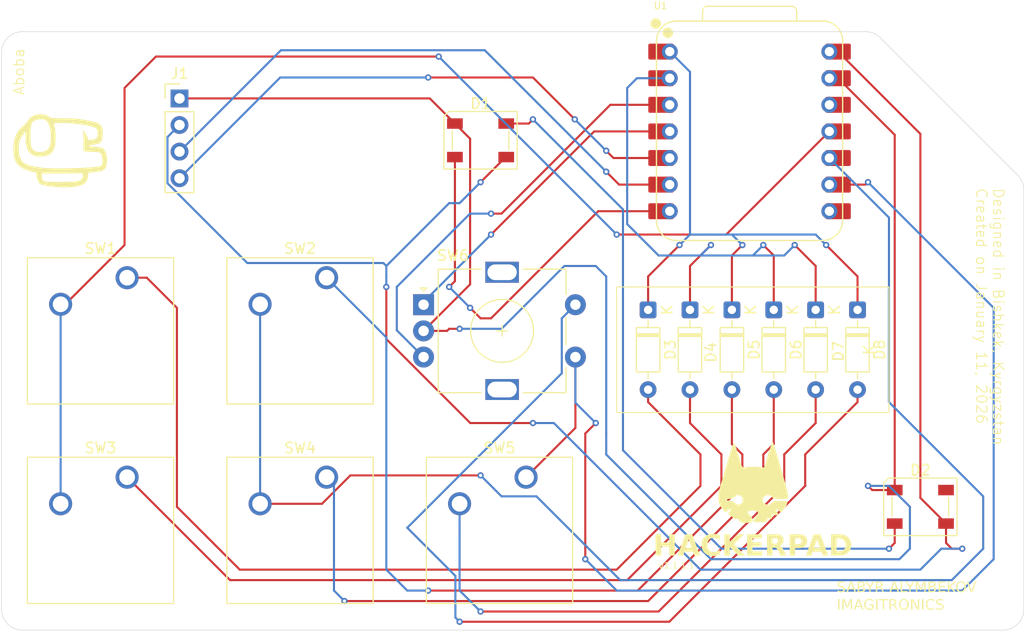
<source format=kicad_pcb>
(kicad_pcb (version 20241229) (generator "pcbnew") (generator_version "9.0")
  (layers (0 "F.Cu" signal) (2 "B.Cu" signal) (13 "F.Paste" user) (15 "B.Paste" user) (5 "F.SilkS" user "F.Silkscreen") (7 "B.SilkS" user "B.Silkscreen") (1 "F.Mask" user) (3 "B.Mask" user) (25 "Edge.Cuts" user))
  (net 0 "")
  (net 1 "+5V")
  (net 2 "SK6812")
  (net 3 "GND")
  (net 4 "Net-(D1-DOUT)")
  (net 6 "row 0")
  (net 7 "Net-(D3-A)")
  (net 8 "Net-(D4-A)")
  (net 9 "row 1")
  (net 10 "Net-(D5-A)")
  (net 11 "Net-(D6-A)")
  (net 12 "SW2")
  (net 13 "SDA")
  (net 14 "SCL")
  (net 15 "col 0")
  (net 16 "col 1")
  (net 17 "SW1")
  (net 18 "SW6B")
  (net 19 "SW6A")
  (net 21 "Net-(D7-A)")
  (footprint "Diode_THT:D_DO-35_SOD27_P7.62mm_Horizontal" (layer "F.Cu") (at 173 74.19 -90)
    (property "Reference" "D7" (at 3.96 -2.16875 90) (layer "F.SilkS"))
    (property "Value" "1N4148")
    (fp_text user "K" (at 0 -1.8 90) (layer "F.SilkS"))
    (pad "1" thru_hole roundrect (at 0 0 270) (size 1.6 1.6) (drill 0.8) (layers "*.Cu" "*.Mask") (roundrect_rratio 0.15625) (net 9 "row 1"))
    (pad "2" thru_hole circle (at 7.62 0 270) (size 1.6 1.6) (drill 0.8) (layers "*.Cu" "*.Mask") (net 21 "Net-(D7-A)"))
  )
  (footprint "Button_Switch_Keyboard:SW_Cherry_MX_1.00u_PCB" (layer "F.Cu") (at 126.29625 90.17)
    (property "Reference" "SW4" (at -2.54 -2.794 0) (layer "F.SilkS"))
    (property "Value" "SW_Push")
    (pad "" np_thru_hole circle (at -7.62 5.08) (size 1.7 1.7) (drill 1.7) (layers "*.Cu" "*.Mask"))
    (pad "" np_thru_hole circle (at -2.54 5.08) (size 4 4) (drill 4) (layers "*.Cu" "*.Mask"))
    (pad "" np_thru_hole circle (at 2.54 5.08) (size 1.7 1.7) (drill 1.7) (layers "*.Cu" "*.Mask"))
    (pad "1" thru_hole circle (at 0 0) (size 2.2 2.2) (drill 1.5) (layers "*.Cu" "*.Mask") (net 11 "Net-(D6-A)"))
    (pad "2" thru_hole circle (at -6.35 2.54) (size 2.2 2.2) (drill 1.5) (layers "*.Cu" "*.Mask") (net 16 "col 1"))
  )
  (footprint "Button_Switch_Keyboard:SW_Cherry_MX_1.00u_PCB" (layer "F.Cu") (at 107.24625 71.12)
    (property "Reference" "SW1" (at -2.54 -2.794 0) (layer "F.SilkS"))
    (property "Value" "SW_Push")
    (pad "" np_thru_hole circle (at -7.62 5.08) (size 1.7 1.7) (drill 1.7) (layers "*.Cu" "*.Mask"))
    (pad "" np_thru_hole circle (at -2.54 5.08) (size 4 4) (drill 4) (layers "*.Cu" "*.Mask"))
    (pad "" np_thru_hole circle (at 2.54 5.08) (size 1.7 1.7) (drill 1.7) (layers "*.Cu" "*.Mask"))
    (pad "1" thru_hole circle (at 0 0) (size 2.2 2.2) (drill 1.5) (layers "*.Cu" "*.Mask") (net 7 "Net-(D3-A)"))
    (pad "2" thru_hole circle (at -6.35 2.54) (size 2.2 2.2) (drill 1.5) (layers "*.Cu" "*.Mask") (net 15 "col 0"))
  )
  (footprint "Diode_THT:D_DO-35_SOD27_P7.62mm_Horizontal" (layer "F.Cu") (at 165 74.19 -90)
    (property "Reference" "D5" (at 3.81 -2.12 90) (layer "F.SilkS"))
    (property "Value" "1N4148")
    (fp_text user "K" (at 0 -1.8 90) (layer "F.SilkS"))
    (pad "1" thru_hole roundrect (at 0 0 270) (size 1.6 1.6) (drill 0.8) (layers "*.Cu" "*.Mask") (roundrect_rratio 0.15625) (net 6 "row 0"))
    (pad "2" thru_hole circle (at 7.62 0 270) (size 1.6 1.6) (drill 0.8) (layers "*.Cu" "*.Mask") (net 10 "Net-(D5-A)"))
  )
  (footprint "LOGO" (layer "F.Cu") (at 167 96.939072)
    (property "Reference" " " (at 0 0 0) (layer "F.SilkS") (effects (font (size 1.5 1.5) (thickness 0.3))))
    (property "Value" "LOGO" (hide yes))
  )
  (footprint "Diode_THT:D_DO-35_SOD27_P7.62mm_Horizontal" (layer "F.Cu") (at 161 74.19 -90)
    (property "Reference" "D4" (at 4.06 -2 90) (layer "F.SilkS"))
    (property "Value" "1N4148")
    (fp_text user "K" (at 0 -1.8 90) (layer "F.SilkS"))
    (pad "1" thru_hole roundrect (at 0 0 270) (size 1.6 1.6) (drill 0.8) (layers "*.Cu" "*.Mask") (roundrect_rratio 0.15625) (net 9 "row 1"))
    (pad "2" thru_hole circle (at 7.62 0 270) (size 1.6 1.6) (drill 0.8) (layers "*.Cu" "*.Mask") (net 8 "Net-(D4-A)"))
  )
  (footprint "Diode_THT:D_DO-35_SOD27_P7.62mm_Horizontal" (layer "F.Cu") (at 177 74.19 -90)
    (property "Reference" "D8" (at 3.81 -2.12 90) (layer "F.SilkS"))
    (property "Value" "1N4148")
    (fp_text user "K" (at 3.81 -1.12 90) (layer "F.SilkS"))
    (pad "1" thru_hole roundrect (at 0 0 270) (size 1.6 1.6) (drill 0.8) (layers "*.Cu" "*.Mask") (roundrect_rratio 0.15625) (net 6 "row 0"))
    (pad "2" thru_hole circle (at 7.62 0 270) (size 1.6 1.6) (drill 0.8) (layers "*.Cu" "*.Mask") (net 12 "SW2"))
  )
  (footprint "OPL lib:XIAO-RP2040-DIP" (layer "F.Cu") (at 166.6875 57.15)
    (property "Reference" "U1" (at -8.5 -12 0) (layer "F.SilkS") (effects (font (size 0.635 0.635) (thickness 0.1016))))
    (property "Value" "XIAO-RP2040-DIP")
    (pad "1" smd roundrect (at -8.455 -7.62 180) (size 2.432 1.524) (layers "F.Cu" "F.Mask") (roundrect_rratio 0.1) (net 6 "row 0"))
    (pad "1" thru_hole circle (at -7.62 -7.62 180) (size 1.524 1.524) (drill 0.889) (layers "*.Cu" "*.Mask") (net 6 "row 0"))
    (pad "2" smd roundrect (at -8.455 -5.08 180) (size 2.432 1.524) (layers "F.Cu" "F.Mask") (roundrect_rratio 0.1) (net 9 "row 1"))
    (pad "2" thru_hole circle (at -7.62 -5.08 180) (size 1.524 1.524) (drill 0.889) (layers "*.Cu" "*.Mask") (net 9 "row 1"))
    (pad "3" smd roundrect (at -8.455 -2.54 180) (size 2.432 1.524) (layers "F.Cu" "F.Mask") (roundrect_rratio 0.1) (net 18 "SW6B"))
    (pad "3" thru_hole circle (at -7.62 -2.54 180) (size 1.524 1.524) (drill 0.889) (layers "*.Cu" "*.Mask") (net 18 "SW6B"))
    (pad "4" smd roundrect (at -8.455 0 180) (size 2.432 1.524) (layers "F.Cu" "F.Mask") (roundrect_rratio 0.1) (net 19 "SW6A"))
    (pad "4" thru_hole circle (at -7.62 0 180) (size 1.524 1.524) (drill 0.889) (layers "*.Cu" "*.Mask") (net 19 "SW6A"))
    (pad "5" smd roundrect (at -8.455 2.54 180) (size 2.432 1.524) (layers "F.Cu" "F.Mask") (roundrect_rratio 0.1) (net 13 "SDA"))
    (pad "5" thru_hole circle (at -7.62 2.54 180) (size 1.524 1.524) (drill 0.889) (layers "*.Cu" "*.Mask") (net 13 "SDA"))
    (pad "6" smd roundrect (at -8.455 5.08 180) (size 2.432 1.524) (layers "F.Cu" "F.Mask") (roundrect_rratio 0.1) (net 14 "SCL"))
    (pad "6" thru_hole circle (at -7.62 5.08 180) (size 1.524 1.524) (drill 0.889) (layers "*.Cu" "*.Mask") (net 14 "SCL"))
    (pad "7" smd roundrect (at -8.455 7.62 180) (size 2.432 1.524) (layers "F.Cu" "F.Mask") (roundrect_rratio 0.1) (net 2 "SK6812"))
    (pad "7" thru_hole circle (at -7.62 7.62 180) (size 1.524 1.524) (drill 0.889) (layers "*.Cu" "*.Mask") (net 2 "SK6812"))
    (pad "8" thru_hole circle (at 7.62 7.62) (size 1.524 1.524) (drill 0.889) (layers "*.Cu" "*.Mask"))
    (pad "8" smd roundrect (at 8.455 7.62) (size 2.432 1.524) (layers "F.Cu" "F.Mask") (roundrect_rratio 0.1))
    (pad "9" thru_hole circle (at 7.62 5.08) (size 1.524 1.524) (drill 0.889) (layers "*.Cu" "*.Mask") (net 17 "SW1"))
    (pad "9" smd roundrect (at 8.455 5.08) (size 2.432 1.524) (layers "F.Cu" "F.Mask") (roundrect_rratio 0.1) (net 17 "SW1"))
    (pad "10" thru_hole circle (at 7.62 2.54) (size 1.524 1.524) (drill 0.889) (layers "*.Cu" "*.Mask") (net 16 "col 1"))
    (pad "10" smd roundrect (at 8.455 2.54) (size 2.432 1.524) (layers "F.Cu" "F.Mask") (roundrect_rratio 0.1) (net 16 "col 1"))
    (pad "11" thru_hole circle (at 7.62 0) (size 1.524 1.524) (drill 0.889) (layers "*.Cu" "*.Mask") (net 15 "col 0"))
    (pad "11" smd roundrect (at 8.455 0) (size 2.432 1.524) (layers "F.Cu" "F.Mask") (roundrect_rratio 0.1) (net 15 "col 0"))
    (pad "12" thru_hole circle (at 7.62 -2.54) (size 1.524 1.524) (drill 0.889) (layers "*.Cu" "*.Mask"))
    (pad "12" smd roundrect (at 8.455 -2.54) (size 2.432 1.524) (layers "F.Cu" "F.Mask") (roundrect_rratio 0.1))
    (pad "13" thru_hole circle (at 7.62 -5.08) (size 1.524 1.524) (drill 0.889) (layers "*.Cu" "*.Mask") (net 3 "GND"))
    (pad "13" smd roundrect (at 8.455 -5.08) (size 2.432 1.524) (layers "F.Cu" "F.Mask") (roundrect_rratio 0.1) (net 3 "GND"))
    (pad "14" thru_hole circle (at 7.62 -7.62) (size 1.524 1.524) (drill 0.889) (layers "*.Cu" "*.Mask") (net 1 "+5V"))
    (pad "14" smd roundrect (at 8.455 -7.62) (size 2.432 1.524) (layers "F.Cu" "F.Mask") (roundrect_rratio 0.1) (net 1 "+5V"))
  )
  (footprint "Diode_THT:D_DO-35_SOD27_P7.62mm_Horizontal" (layer "F.Cu") (at 169 74.19 -90)
    (property "Reference" "D6" (at 3.81 -2.12 90) (layer "F.SilkS"))
    (property "Value" "1N4148")
    (fp_text user "K" (at 0 -1.8 90) (layer "F.SilkS"))
    (pad "1" thru_hole roundrect (at 0 0 270) (size 1.6 1.6) (drill 0.8) (layers "*.Cu" "*.Mask") (roundrect_rratio 0.15625) (net 9 "row 1"))
    (pad "2" thru_hole circle (at 7.62 0 270) (size 1.6 1.6) (drill 0.8) (layers "*.Cu" "*.Mask") (net 11 "Net-(D6-A)"))
  )
  (footprint "Button_Switch_Keyboard:SW_Cherry_MX_1.00u_PCB" (layer "F.Cu") (at 145.34625 90.17)
    (property "Reference" "SW5" (at -2.54 -2.794 0) (layer "F.SilkS"))
    (property "Value" "SW_Push")
    (pad "" np_thru_hole circle (at -7.62 5.08) (size 1.7 1.7) (drill 1.7) (layers "*.Cu" "*.Mask"))
    (pad "" np_thru_hole circle (at -2.54 5.08) (size 4 4) (drill 4) (layers "*.Cu" "*.Mask"))
    (pad "" np_thru_hole circle (at 2.54 5.08) (size 1.7 1.7) (drill 1.7) (layers "*.Cu" "*.Mask"))
    (pad "1" thru_hole circle (at 0 0) (size 2.2 2.2) (drill 1.5) (layers "*.Cu" "*.Mask") (net 17 "SW1"))
    (pad "2" thru_hole circle (at -6.35 2.54) (size 2.2 2.2) (drill 1.5) (layers "*.Cu" "*.Mask") (net 21 "Net-(D7-A)"))
  )
  (footprint "Diode_THT:D_DO-35_SOD27_P7.62mm_Horizontal" (layer "F.Cu") (at 157 74.19 -90)
    (property "Reference" "D3" (at 3.81 -2.12 90) (layer "F.SilkS"))
    (property "Value" "1N4148" (hide yes))
    (fp_text user "K" (at 0 -1.8 90) (layer "F.SilkS"))
    (pad "1" thru_hole roundrect (at 0 0 270) (size 1.6 1.6) (drill 0.8) (layers "*.Cu" "*.Mask") (roundrect_rratio 0.15625) (net 6 "row 0"))
    (pad "2" thru_hole circle (at 7.62 0 270) (size 1.6 1.6) (drill 0.8) (layers "*.Cu" "*.Mask") (net 7 "Net-(D3-A)"))
  )
  (footprint "LED_SMD:LED_SK6812_PLCC4_5.0x5.0mm_P3.2mm" (layer "F.Cu") (at 183 93)
    (property "Reference" "D2" (at 0 -3.5 0) (layer "F.SilkS"))
    (property "Value" "SK6812")
    (pad "1" smd rect (at -2.45 -1.6 180) (size 1.5 1) (layers "F.Cu" "F.Mask" "F.Paste") (net 3 "GND"))
    (pad "2" smd rect (at -2.45 1.6 180) (size 1.5 1) (layers "F.Cu" "F.Mask" "F.Paste") (net 4 "Net-(D1-DOUT)"))
    (pad "3" smd rect (at 2.45 1.6 180) (size 1.5 1) (layers "F.Cu" "F.Mask" "F.Paste") (net 1 "+5V"))
    (pad "4" smd rect (at 2.45 -1.6 180) (size 1.5 1) (layers "F.Cu" "F.Mask" "F.Paste"))
  )
  (footprint "Rotary_Encoder:RotaryEncoder_Alps_EC11E-Switch_Vertical_H20mm" (layer "F.Cu") (at 135.55625 73.7)
    (property "Reference" "SW6" (at 2.8 -4.7 0) (layer "F.SilkS"))
    (property "Value" "RotaryEncoder_Switch")
    (pad "A" thru_hole rect (at 0 0) (size 2 2) (drill 1) (layers "*.Cu" "*.Mask") (net 19 "SW6A"))
    (pad "B" thru_hole circle (at 0 5) (size 2 2) (drill 1) (layers "*.Cu" "*.Mask") (net 18 "SW6B"))
    (pad "C" thru_hole circle (at 0 2.5) (size 2 2) (drill 1) (layers "*.Cu" "*.Mask") (net 3 "GND"))
    (pad "MP" thru_hole rect (at 7.5 -3.1) (size 3.2 2) (drill oval 2.8 1.5) (layers "*.Cu" "*.Mask"))
    (pad "MP" thru_hole rect (at 7.5 8.1) (size 3.2 2) (drill oval 2.8 1.5) (layers "*.Cu" "*.Mask"))
    (pad "S1" thru_hole circle (at 14.5 5) (size 2 2) (drill 1) (layers "*.Cu" "*.Mask") (net 17 "SW1"))
    (pad "S2" thru_hole circle (at 14.5 0) (size 2 2) (drill 1) (layers "*.Cu" "*.Mask") (net 12 "SW2"))
  )
  (footprint "Button_Switch_Keyboard:SW_Cherry_MX_1.00u_PCB" (layer "F.Cu") (at 107.24625 90.17)
    (property "Reference" "SW3" (at -2.54 -2.794 0) (layer "F.SilkS"))
    (property "Value" "SW_Push")
    (pad "" np_thru_hole circle (at -7.62 5.08) (size 1.7 1.7) (drill 1.7) (layers "*.Cu" "*.Mask"))
    (pad "" np_thru_hole circle (at -2.54 5.08) (size 4 4) (drill 4) (layers "*.Cu" "*.Mask"))
    (pad "" np_thru_hole circle (at 2.54 5.08) (size 1.7 1.7) (drill 1.7) (layers "*.Cu" "*.Mask"))
    (pad "1" thru_hole circle (at 0 0) (size 2.2 2.2) (drill 1.5) (layers "*.Cu" "*.Mask") (net 8 "Net-(D4-A)"))
    (pad "2" thru_hole circle (at -6.35 2.54) (size 2.2 2.2) (drill 1.5) (layers "*.Cu" "*.Mask") (net 15 "col 0"))
  )
  (footprint "LOGO" (layer "F.Cu") (at 101 59 90)
    (property "Reference" " " (at 0 0 90) (layer "F.SilkS") (effects (font (size 1.5 1.5) (thickness 0.3))))
    (property "Value" "LOGO" (hide yes))
  )
  (footprint "Connector_PinHeader_2.54mm:PinHeader_1x04_P2.54mm_Vertical" (layer "F.Cu") (at 112.25 54)
    (property "Reference" "J1" (at 0 -2.38 0) (layer "F.SilkS"))
    (property "Value" "Conn_01x04" (hide yes))
    (pad "1" thru_hole rect (at 0 0) (size 1.7 1.7) (drill 1) (layers "*.Cu" "*.Mask") (net 3 "GND"))
    (pad "2" thru_hole circle (at 0 2.54) (size 1.7 1.7) (drill 1) (layers "*.Cu" "*.Mask") (net 1 "+5V"))
    (pad "3" thru_hole circle (at 0 5.08) (size 1.7 1.7) (drill 1) (layers "*.Cu" "*.Mask") (net 14 "SCL"))
    (pad "4" thru_hole circle (at 0 7.62) (size 1.7 1.7) (drill 1) (layers "*.Cu" "*.Mask") (net 13 "SDA"))
  )
  (footprint "Button_Switch_Keyboard:SW_Cherry_MX_1.00u_PCB" (layer "F.Cu") (at 126.29625 71.12)
    (property "Reference" "SW2" (at -2.54 -2.794 0) (layer "F.SilkS"))
    (property "Value" "SW_Push")
    (pad "" np_thru_hole circle (at -7.62 5.08) (size 1.7 1.7) (drill 1.7) (layers "*.Cu" "*.Mask"))
    (pad "" np_thru_hole circle (at -2.54 5.08) (size 4 4) (drill 4) (layers "*.Cu" "*.Mask"))
    (pad "" np_thru_hole circle (at 2.54 5.08) (size 1.7 1.7) (drill 1.7) (layers "*.Cu" "*.Mask"))
    (pad "1" thru_hole circle (at 0 0) (size 2.2 2.2) (drill 1.5) (layers "*.Cu" "*.Mask") (net 10 "Net-(D5-A)"))
    (pad "2" thru_hole circle (at -6.35 2.54) (size 2.2 2.2) (drill 1.5) (layers "*.Cu" "*.Mask") (net 16 "col 1"))
  )
  (footprint "LED_SMD:LED_SK6812_PLCC4_5.0x5.0mm_P3.2mm" (layer "F.Cu") (at 141 58)
    (property "Reference" "D1" (at 0 -3.5 0) (layer "F.SilkS"))
    (property "Value" "SK6812" (hide yes))
    (pad "1" smd rect (at -2.45 -1.6 180) (size 1.5 1) (layers "F.Cu" "F.Mask" "F.Paste") (net 3 "GND"))
    (pad "2" smd rect (at -2.45 1.6 180) (size 1.5 1) (layers "F.Cu" "F.Mask" "F.Paste") (net 2 "SK6812"))
    (pad "3" smd rect (at 2.45 1.6 180) (size 1.5 1) (layers "F.Cu" "F.Mask" "F.Paste") (net 1 "+5V"))
    (pad "4" smd rect (at 2.45 -1.6 180) (size 1.5 1) (layers "F.Cu" "F.Mask" "F.Paste") (net 4 "Net-(D1-DOUT)"))
  )
  (gr_rect (start 154 72) (end 180 84) (stroke (width 0.1)) (fill no) (layer "F.SilkS"))
  (gr_line (start 97.25 47.625) (end 177.765323 47.625) (stroke (width 0.05)) (layer "Edge.Cuts"))
  (gr_arc (start 177.765323 47.625) (mid 178.530685 47.777249) (end 179.179537 48.210787) (stroke (width 0.05)) (layer "Edge.Cuts"))
  (gr_arc (start 97.25 104.775) (mid 95.835786 104.189214) (end 95.25 102.775) (stroke (width 0.05)) (layer "Edge.Cuts"))
  (gr_arc (start 95.25 49.625) (mid 95.835786 48.210786) (end 97.25 47.625) (stroke (width 0.05)) (layer "Edge.Cuts"))
  (gr_arc (start 192.295464 61.326714) (mid 192.729009 61.97556) (end 192.88125 62.740927) (stroke (width 0.05)) (layer "Edge.Cuts"))
  (gr_arc (start 192.88125 102.775) (mid 192.295461 104.189196) (end 190.88125 104.775) (stroke (width 0.05)) (layer "Edge.Cuts"))
  (gr_line (start 179.179537 48.210787) (end 192.295464 61.326714) (stroke (width 0.05)) (layer "Edge.Cuts"))
  (gr_line (start 190.88125 104.775) (end 97.25 104.775) (stroke (width 0.05)) (layer "Edge.Cuts"))
  (gr_line (start 95.25 102.775) (end 95.25 49.625) (stroke (width 0.05)) (layer "Edge.Cuts"))
  (gr_line (start 192.88125 62.740927) (end 192.88125 102.775) (stroke (width 0.05)) (layer "Edge.Cuts"))
  (gr_text "v1.1.1.1" (at 158 99 0) (layer "F.SilkS") (effects (font (size 0.6 0.6) (thickness 0.1)) (justify left bottom)))
  (gr_text "Aboba" (at 97.5 53.75 90) (layer "F.SilkS") (effects (font (size 1 1) (thickness 0.1)) (justify left bottom)))
  (gr_text "HACKERPAD" (at 167 98 0) (layer "F.SilkS") (effects (font (size 2 2) (thickness 0.4) (bold yes)) (justify bottom)))
  (gr_text "Designed in Bishkek, Kyrgyzstan\nCreated on January 11, 2026" (at 188.25 62.5 270) (layer "F.SilkS") (effects (font (size 1 1) (thickness 0.1)) (justify left bottom)))
  (gr_text "SABYR ALYMBEKOV\nIMAGITRONICS" (at 175 103 0) (layer "F.SilkS") (effects (font (size 1 1) (thickness 0.1)) (justify left bottom)))
  (segment (start 132 72) (end 132 76.983642) (width 0.2) (layer "F.Cu") (net 1))
  (segment (start 143.45 59.6) (end 143.4 59.6) (width 0.2) (layer "F.Cu") (net 1))
  (segment (start 183 57.3875) (end 175.1425 49.53) (width 0.2) (layer "F.Cu") (net 1))
  (segment (start 186 97) (end 185.45 96.45) (width 0.2) (layer "F.Cu") (net 1))
  (segment (start 140.016358 85) (end 146 85) (width 0.2) (layer "F.Cu") (net 1))
  (segment (start 143.4 59.6) (end 141 62) (width 0.2) (layer "F.Cu") (net 1))
  (segment (start 185.45 94.6) (end 183 92.15) (width 0.2) (layer "F.Cu") (net 1))
  (segment (start 187 97) (end 186 97) (width 0.2) (layer "F.Cu") (net 1))
  (segment (start 183 92.15) (end 183 57.3875) (width 0.2) (layer "F.Cu") (net 1))
  (segment (start 185.45 96.45) (end 185.45 94.6) (width 0.2) (layer "F.Cu") (net 1))
  (segment (start 132 76.983642) (end 140.016358 85) (width 0.2) (layer "F.Cu") (net 1))
  (via (at 132 72) (size 0.6) (drill 0.3) (layers "F.Cu" "B.Cu") (net 1))
  (via (at 146 85) (size 0.6) (drill 0.3) (layers "F.Cu" "B.Cu") (net 1))
  (via (at 187 97) (size 0.6) (drill 0.3) (layers "F.Cu" "B.Cu") (net 1))
  (via (at 141 62) (size 0.6) (drill 0.3) (layers "F.Cu" "B.Cu") (net 1))
  (segment (start 132 71) (end 132 72) (width 0.2) (layer "B.Cu") (net 1))
  (segment (start 111.099 62.09676) (end 118.72124 69.719) (width 0.2) (layer "B.Cu") (net 1))
  (segment (start 162 99) (end 183 99) (width 0.2) (layer "B.Cu") (net 1))
  (segment (start 131.719 69.719) (end 132 70) (width 0.2) (layer "B.Cu") (net 1))
  (segment (start 132 70) (end 132 71) (width 0.2) (layer "B.Cu") (net 1))
  (segment (start 141 62) (end 139 64) (width 0.2) (layer "B.Cu") (net 1))
  (segment (start 112.25 56.54) (end 111.099 57.691) (width 0.2) (layer "B.Cu") (net 1))
  (segment (start 138 64) (end 132 70) (width 0.2) (layer "B.Cu") (net 1))
  (segment (start 183 99) (end 185 97) (width 0.2) (layer "B.Cu") (net 1))
  (segment (start 111.099 57.691) (end 111.099 62.09676) (width 0.2) (layer "B.Cu") (net 1))
  (segment (start 146 85) (end 148 85) (width 0.2) (layer "B.Cu") (net 1))
  (segment (start 185 97) (end 187 97) (width 0.2) (layer "B.Cu") (net 1))
  (segment (start 118.72124 69.719) (end 131.719 69.719) (width 0.2) (layer "B.Cu") (net 1))
  (segment (start 148 85) (end 162 99) (width 0.2) (layer "B.Cu") (net 1))
  (segment (start 139 64) (end 138 64) (width 0.2) (layer "B.Cu") (net 1))
  (segment (start 158.2325 64.77) (end 152.23 64.77) (width 0.2) (layer "F.Cu") (net 2))
  (segment (start 138 72) (end 138.55 71.45) (width 0.2) (layer "F.Cu") (net 2))
  (segment (start 141 75) (end 140 74) (width 0.2) (layer "F.Cu") (net 2))
  (segment (start 138.55 71.45) (end 138.55 59.6) (width 0.2) (layer "F.Cu") (net 2))
  (segment (start 152.23 64.77) (end 142 75) (width 0.2) (layer "F.Cu") (net 2))
  (segment (start 142 75) (end 141 75) (width 0.2) (layer "F.Cu") (net 2))
  (via (at 138 72) (size 0.6) (drill 0.3) (layers "F.Cu" "B.Cu") (net 2))
  (via (at 140 74) (size 0.6) (drill 0.3) (layers "F.Cu" "B.Cu") (net 2))
  (segment (start 140 74) (end 138 72) (width 0.2) (layer "B.Cu") (net 2))
  (segment (start 180.55 91.4) (end 178.4 91.4) (width 0.2) (layer "F.Cu") (net 3))
  (segment (start 140 71.75625) (end 135.55625 76.2) (width 0.2) (layer "F.Cu") (net 3))
  (segment (start 112.25 54) (end 136.15 54) (width 0.2) (layer "F.Cu") (net 3))
  (segment (start 138.55 56.4) (end 140 57.85) (width 0.2) (layer "F.Cu") (net 3))
  (segment (start 180.55 57.4775) (end 175.1425 52.07) (width 0.2) (layer "F.Cu") (net 3))
  (segment (start 137.8 76.2) (end 135.55625 76.2) (width 0.2) (layer "F.Cu") (net 3))
  (segment (start 178.4 91.4) (end 178 91) (width 0.2) (layer "F.Cu") (net 3))
  (segment (start 138 76) (end 137.8 76.2) (width 0.2) (layer "F.Cu") (net 3))
  (segment (start 136.15 54) (end 138.55 56.4) (width 0.2) (layer "F.Cu") (net 3))
  (segment (start 180.55 91.4) (end 180.55 57.4775) (width 0.2) (layer "F.Cu") (net 3))
  (segment (start 139 76) (end 138 76) (width 0.2) (layer "F.Cu") (net 3))
  (segment (start 140 57.85) (end 140 71.75625) (width 0.2) (layer "F.Cu") (net 3))
  (via (at 178 91) (size 0.6) (drill 0.3) (layers "F.Cu" "B.Cu") (net 3))
  (via (at 139 76) (size 0.6) (drill 0.3) (layers "F.Cu" "B.Cu") (net 3))
  (segment (start 182 97) (end 181 98) (width 0.2) (layer "B.Cu") (net 3))
  (segment (start 153 88) (end 153 86) (width 0.2) (layer "B.Cu") (net 3))
  (segment (start 178 91) (end 180 91) (width 0.2) (layer "B.Cu") (net 3))
  (segment (start 153 71) (end 152 70) (width 0.2) (layer "B.Cu") (net 3))
  (segment (start 152 70) (end 149 70) (width 0.2) (layer "B.Cu") (net 3))
  (segment (start 180 91) (end 182 93) (width 0.2) (layer "B.Cu") (net 3))
  (segment (start 149 70) (end 143 76) (width 0.2) (layer "B.Cu") (net 3))
  (segment (start 153 86) (end 153 71) (width 0.2) (layer "B.Cu") (net 3))
  (segment (start 143 76) (end 139 76) (width 0.2) (layer "B.Cu") (net 3))
  (segment (start 163 98) (end 153 88) (width 0.2) (layer "B.Cu") (net 3))
  (segment (start 181 98) (end 163 98) (width 0.2) (layer "B.Cu") (net 3))
  (segment (start 182 93) (end 182 97) (width 0.2) (layer "B.Cu") (net 3))
  (segment (start 145.6 56.4) (end 143.45 56.4) (width 0.2) (layer "F.Cu") (net 4))
  (segment (start 180.55 94.6) (end 180.55 96.45) (width 0.2) (layer "F.Cu") (net 4))
  (segment (start 180.55 96.45) (end 180 97) (width 0.2) (layer "F.Cu") (net 4))
  (segment (start 146 56) (end 145.6 56.4) (width 0.2) (layer "F.Cu") (net 4))
  (via (at 180 97) (size 0.6) (drill 0.3) (layers "F.Cu" "B.Cu") (net 4))
  (via (at 146 56) (size 0.6) (drill 0.3) (layers "F.Cu" "B.Cu") (net 4))
  (segment (start 180 97) (end 164 97) (width 0.2) (layer "B.Cu") (net 4))
  (segment (start 164 97) (end 155 88) (width 0.2) (layer "B.Cu") (net 4))
  (segment (start 154.599 87.599) (end 154.599 64.599) (width 0.2) (layer "B.Cu") (net 4))
  (segment (start 154.599 64.599) (end 146 56) (width 0.2) (layer "B.Cu") (net 4))
  (segment (start 155 88) (end 154.599 87.599) (width 0.2) (layer "B.Cu") (net 4))
  (segment (start 165 69) (end 166 68) (width 0.2) (layer "F.Cu") (net 6))
  (segment (start 177 71) (end 174 68) (width 0.2) (layer "F.Cu") (net 6))
  (segment (start 177 74.19) (end 177 74) (width 0.2) (layer "F.Cu") (net 6))
  (segment (start 157 71) (end 160 68) (width 0.2) (layer "F.Cu") (net 6))
  (segment (start 157 74.19) (end 157 71) (width 0.2) (layer "F.Cu") (net 6))
  (segment (start 177 74) (end 177 71) (width 0.2) (layer "F.Cu") (net 6))
  (segment (start 165 74.19) (end 165 69) (width 0.2) (layer "F.Cu") (net 6))
  (via (at 174 68) (size 0.6) (drill 0.3) (layers "F.Cu" "B.Cu") (net 6))
  (via (at 166 68) (size 0.6) (drill 0.3) (layers "F.Cu" "B.Cu") (net 6))
  (via (at 160 68) (size 0.6) (drill 0.3) (layers "F.Cu" "B.Cu") (net 6))
  (segment (start 173 67) (end 165 67) (width 0.2) (layer "B.Cu") (net 6))
  (segment (start 165 67) (end 161 67) (width 0.2) (layer "B.Cu") (net 6))
  (segment (start 174 68) (end 173 67) (width 0.2) (layer "B.Cu") (net 6))
  (segment (start 161 51.4625) (end 159.0675 49.53) (width 0.2) (layer "B.Cu") (net 6))
  (segment (start 161 67) (end 161 51.4625) (width 0.2) (layer "B.Cu") (net 6))
  (segment (start 166 68) (end 165 67) (width 0.2) (layer "B.Cu") (net 6))
  (segment (start 160 68) (end 161 67) (width 0.2) (layer "B.Cu") (net 6))
  (segment (start 162 91) (end 154 99) (width 0.2) (layer "F.Cu") (net 7))
  (segment (start 154 99) (end 118 99) (width 0.2) (layer "F.Cu") (net 7))
  (segment (start 112 74) (end 109.12 71.12) (width 0.2) (layer "F.Cu") (net 7))
  (segment (start 112 93) (end 112 74) (width 0.2) (layer "F.Cu") (net 7))
  (segment (start 162 88) (end 162 91) (width 0.2) (layer "F.Cu") (net 7))
  (segment (start 157 83) (end 162 88) (width 0.2) (layer "F.Cu") (net 7))
  (segment (start 118 99) (end 112 93) (width 0.2) (layer "F.Cu") (net 7))
  (segment (start 157 81.81) (end 157 83) (width 0.2) (layer "F.Cu") (net 7))
  (segment (start 109.12 71.12) (end 107.24625 71.12) (width 0.2) (layer "F.Cu") (net 7))
  (segment (start 164 91) (end 164 88) (width 0.2) (layer "F.Cu") (net 8))
  (segment (start 164 88) (end 161 85) (width 0.2) (layer "F.Cu") (net 8))
  (segment (start 161 85) (end 161 81.81) (width 0.2) (layer "F.Cu") (net 8))
  (segment (start 107.24625 90.17) (end 117.07625 100) (width 0.2) (layer "F.Cu") (net 8))
  (segment (start 155 100) (end 164 91) (width 0.2) (layer "F.Cu") (net 8))
  (segment (start 117.07625 100) (end 155 100) (width 0.2) (layer "F.Cu") (net 8))
  (segment (start 161 70) (end 163 68) (width 0.2) (layer "F.Cu") (net 9))
  (segment (start 169 69) (end 168 68) (width 0.2) (layer "F.Cu") (net 9))
  (segment (start 161 74.19) (end 161 70) (width 0.2) (layer "F.Cu") (net 9))
  (segment (start 169 74) (end 169 69) (width 0.2) (layer "F.Cu") (net 9))
  (segment (start 169 74.19) (end 169 74) (width 0.2) (layer "F.Cu") (net 9))
  (segment (start 173 70) (end 171 68) (width 0.2) (layer "F.Cu") (net 9))
  (segment (start 173 74.19) (end 173 70) (width 0.2) (layer "F.Cu") (net 9))
  (via (at 171 68) (size 0.6) (drill 0.3) (layers "F.Cu" "B.Cu") (net 9))
  (via (at 168 68) (size 0.6) (drill 0.3) (layers "F.Cu" "B.Cu") (net 9))
  (via (at 163 68) (size 0.6) (drill 0.3) (layers "F.Cu" "B.Cu") (net 9))
  (segment (start 171 68) (end 170 69) (width 0.2) (layer "B.Cu") (net 9))
  (segment (start 155.93 52.07) (end 159.0675 52.07) (width 0.2) (layer "B.Cu") (net 9))
  (segment (start 155 66) (end 155 53) (width 0.2) (layer "B.Cu") (net 9))
  (segment (start 163 68) (end 162 69) (width 0.2) (layer "B.Cu") (net 9))
  (segment (start 155 53) (end 155.93 52.07) (width 0.2) (layer "B.Cu") (net 9))
  (segment (start 162 69) (end 158 69) (width 0.2) (layer "B.Cu") (net 9))
  (segment (start 170 69) (end 167 69) (width 0.2) (layer "B.Cu") (net 9))
  (segment (start 158 69) (end 155 66) (width 0.2) (layer "B.Cu") (net 9))
  (segment (start 168 68) (end 167 69) (width 0.2) (layer "B.Cu") (net 9))
  (segment (start 167 69) (end 162 69) (width 0.2) (layer "B.Cu") (net 9))
  (segment (start 166 88) (end 165 87) (width 0.2) (layer "F.Cu") (net 10))
  (segment (start 136 101) (end 156 101) (width 0.2) (layer "F.Cu") (net 10))
  (segment (start 165 87) (end 165 81.81) (width 0.2) (layer "F.Cu") (net 10))
  (segment (start 166 91) (end 166 88) (width 0.2) (layer "F.Cu") (net 10))
  (segment (start 156 101) (end 166 91) (width 0.2) (layer "F.Cu") (net 10))
  (via (at 136 101) (size 0.6) (drill 0.3) (layers "F.Cu" "B.Cu") (net 10))
  (segment (start 132 76.82375) (end 126.29625 71.12) (width 0.2) (layer "B.Cu") (net 10))
  (segment (start 132 99) (end 132 76.82375) (width 0.2) (layer "B.Cu") (net 10))
  (segment (start 134 101) (end 132 99) (width 0.2) (layer "B.Cu") (net 10))
  (segment (start 136 101) (end 134 101) (width 0.2) (layer "B.Cu") (net 10))
  (segment (start 128 102) (end 157 102) (width 0.2) (layer "F.Cu") (net 11))
  (segment (start 168 91) (end 168 88) (width 0.2) (layer "F.Cu") (net 11))
  (segment (start 169 87) (end 169 81.81) (width 0.2) (layer "F.Cu") (net 11))
  (segment (start 168 88) (end 169 87) (width 0.2) (layer "F.Cu") (net 11))
  (segment (start 157 102) (end 168 91) (width 0.2) (layer "F.Cu") (net 11))
  (via (at 128 102) (size 0.6) (drill 0.3) (layers "F.Cu" "B.Cu") (net 11))
  (segment (start 127 90.87375) (end 126.29625 90.17) (width 0.2) (layer "B.Cu") (net 11))
  (segment (start 128 102) (end 127 101) (width 0.2) (layer "B.Cu") (net 11))
  (segment (start 127 101) (end 127 90.87375) (width 0.2) (layer "B.Cu") (net 11))
  (segment (start 139 103.975) (end 159.025 103.975) (width 0.2) (layer "F.Cu") (net 12))
  (segment (start 172 88) (end 177 83) (width 0.2) (layer "F.Cu") (net 12))
  (segment (start 159.025 103.975) (end 172 91) (width 0.2) (layer "F.Cu") (net 12))
  (segment (start 177 83) (end 177 81.81) (width 0.2) (layer "F.Cu") (net 12))
  (segment (start 172 91) (end 172 88) (width 0.2) (layer "F.Cu") (net 12))
  (via (at 139 103.975) (size 0.6) (drill 0.3) (layers "F.Cu" "B.Cu") (net 12))
  (segment (start 134 95) (end 148.75525 80.24475) (width 0.2) (layer "B.Cu") (net 12))
  (segment (start 139 103.975) (end 138.59525 103.57025) (width 0.2) (layer "B.Cu") (net 12))
  (segment (start 138.59525 99.59525) (end 134 95) (width 0.2) (layer "B.Cu") (net 12))
  (segment (start 148.75525 75.001) (end 150.05625 73.7) (width 0.2) (layer "B.Cu") (net 12))
  (segment (start 138.59525 103.57025) (end 138.59525 99.59525) (width 0.2) (layer "B.Cu") (net 12))
  (segment (start 148.75525 80.24475) (end 148.75525 75.001) (width 0.2) (layer "B.Cu") (net 12))
  (segment (start 146 52) (end 150 56) (width 0.2) (layer "F.Cu") (net 13))
  (segment (start 153.69 59.69) (end 158.2325 59.69) (width 0.2) (layer "F.Cu") (net 13))
  (segment (start 153 59) (end 153.69 59.69) (width 0.2) (layer "F.Cu") (net 13))
  (segment (start 136 52) (end 146 52) (width 0.2) (layer "F.Cu") (net 13))
  (via (at 150 56) (size 0.6) (drill 0.3) (layers "F.Cu" "B.Cu") (net 13))
  (via (at 153 59) (size 0.6) (drill 0.3) (layers "F.Cu" "B.Cu") (net 13))
  (via (at 136 52) (size 0.6) (drill 0.3) (layers "F.Cu" "B.Cu") (net 13))
  (segment (start 150 56) (end 153 59) (width 0.2) (layer "B.Cu") (net 13))
  (segment (start 112.25 61.62) (end 121.87 52) (width 0.2) (layer "B.Cu") (net 13))
  (segment (start 121.87 52) (end 136 52) (width 0.2) (layer "B.Cu") (net 13))
  (segment (start 153 61) (end 154.23 62.23) (width 0.2) (layer "F.Cu") (net 14))
  (segment (start 154.23 62.23) (end 159.0675 62.23) (width 0.2) (layer "F.Cu") (net 14))
  (via (at 153 61) (size 0.6) (drill 0.3) (layers "F.Cu" "B.Cu") (net 14))
  (segment (start 121.931 49.399) (end 141.399 49.399) (width 0.2) (layer "B.Cu") (net 14))
  (segment (start 112.25 59.08) (end 121.931 49.399) (width 0.2) (layer "B.Cu") (net 14))
  (segment (start 141.399 49.399) (end 153 61) (width 0.2) (layer "B.Cu") (net 14))
  (segment (start 111 50) (end 137 50) (width 0.2) (layer "F.Cu") (net 15))
  (segment (start 107 53) (end 110 50) (width 0.2) (layer "F.Cu") (net 15))
  (segment (start 100.89625 73.89625) (end 101 74) (width 0.2) (layer "F.Cu") (net 15))
  (segment (start 153.999 67) (end 164.4575 67) (width 0.2) (layer "F.Cu") (net 15))
  (segment (start 100.89625 73.66) (end 100.89625 73.89625) (width 0.2) (layer "F.Cu") (net 15))
  (segment (start 164.4575 67) (end 174.3075 57.15) (width 0.2) (layer "F.Cu") (net 15))
  (segment (start 110 50) (end 111 50) (width 0.2) (layer "F.Cu") (net 15))
  (segment (start 101 74) (end 107 68) (width 0.2) (layer "F.Cu") (net 15))
  (segment (start 107 68) (end 107 53) (width 0.2) (layer "F.Cu") (net 15))
  (via (at 137 50) (size 0.6) (drill 0.3) (layers "F.Cu" "B.Cu") (net 15))
  (via (at 153.999 67) (size 0.6) (drill 0.3) (layers "F.Cu" "B.Cu") (net 15))
  (segment (start 153.999 66.999) (end 153.999 67) (width 0.2) (layer "B.Cu") (net 15))
  (segment (start 137 50) (end 153.999 66.999) (width 0.2) (layer "B.Cu") (net 15))
  (segment (start 100.89625 73.66) (end 100.89625 92.71) (width 0.2) (layer "B.Cu") (net 15))
  (segment (start 125.8571 92.71) (end 119.94625 92.71) (width 0.2) (layer "F.Cu") (net 16))
  (segment (start 141 90) (end 128.5671 90) (width 0.2) (layer "F.Cu") (net 16))
  (segment (start 128.5671 90) (end 125.8571 92.71) (width 0.2) (layer "F.Cu") (net 16))
  (via (at 141 90) (size 0.6) (drill 0.3) (layers "F.Cu" "B.Cu") (net 16))
  (segment (start 180 83) (end 189 92) (width 0.2) (layer "B.Cu") (net 16))
  (segment (start 174.3075 59.69) (end 180 65.3825) (width 0.2) (layer "B.Cu") (net 16))
  (segment (start 189 92) (end 189 97) (width 0.2) (layer "B.Cu") (net 16))
  (segment (start 180 65.3825) (end 180 83) (width 0.2) (layer "B.Cu") (net 16))
  (segment (start 154.33472 100) (end 146.33472 92) (width 0.2) (layer "B.Cu") (net 16))
  (segment (start 119.94625 73.66) (end 119.94625 92.71) (width 0.2) (layer "B.Cu") (net 16))
  (segment (start 189 97) (end 186 100) (width 0.2) (layer "B.Cu") (net 16))
  (segment (start 186 100) (end 154.33472 100) (width 0.2) (layer "B.Cu") (net 16))
  (segment (start 143 92) (end 141 90) (width 0.2) (layer "B.Cu") (net 16))
  (segment (start 146.33472 92) (end 143 92) (width 0.2) (layer "B.Cu") (net 16))
  (segment (start 150.05625 85.46) (end 150.05625 78.7) (width 0.2) (layer "F.Cu") (net 17))
  (segment (start 178 62) (end 177.77 62.23) (width 0.2) (layer "F.Cu") (net 17))
  (segment (start 152 85) (end 151 86) (width 0.2) (layer "F.Cu") (net 17))
  (segment (start 145.34625 90.17) (end 150.05625 85.46) (width 0.2) (layer "F.Cu") (net 17))
  (segment (start 151 86) (end 151 98) (width 0.2) (layer "F.Cu") (net 17))
  (segment (start 177.77 62.23) (end 175.1425 62.23) (width 0.2) (layer "F.Cu") (net 17))
  (via (at 178 62) (size 0.6) (drill 0.3) (layers "F.Cu" "B.Cu") (net 17))
  (via (at 151 98) (size 0.6) (drill 0.3) (layers "F.Cu" "B.Cu") (net 17))
  (via (at 152 85) (size 0.6) (drill 0.3) (layers "F.Cu" "B.Cu") (net 17))
  (segment (start 190 98) (end 190 74) (width 0.2) (layer "B.Cu") (net 17))
  (segment (start 151 98) (end 154 101) (width 0.2) (layer "B.Cu") (net 17))
  (segment (start 150.05625 83.05625) (end 152 85) (width 0.2) (layer "B.Cu") (net 17))
  (segment (start 190 74) (end 178 62) (width 0.2) (layer "B.Cu") (net 17))
  (segment (start 150.05625 78.7) (end 150.05625 83.05625) (width 0.2) (layer "B.Cu") (net 17))
  (segment (start 187 101) (end 190 98) (width 0.2) (layer "B.Cu") (net 17))
  (segment (start 154 101) (end 187 101) (width 0.2) (layer "B.Cu") (net 17))
  (segment (start 143 65) (end 153.39 54.61) (width 0.2) (layer "F.Cu") (net 18))
  (segment (start 142 65) (end 143 65) (width 0.2) (layer "F.Cu") (net 18))
  (segment (start 153.39 54.61) (end 158.2325 54.61) (width 0.2) (layer "F.Cu") (net 18))
  (via (at 142 65) (size 0.6) (drill 0.3) (layers "F.Cu" "B.Cu") (net 18))
  (segment (start 133 72) (end 140 65) (width 0.2) (layer "B.Cu") (net 18))
  (segment (start 133 76.14375) (end 133 72) (width 0.2) (layer "B.Cu") (net 18))
  (segment (start 140 65) (end 142 65) (width 0.2) (layer "B.Cu") (net 18))
  (segment (start 135.55625 78.7) (end 133 76.14375) (width 0.2) (layer "B.Cu") (net 18))
  (segment (start 158.2325 57.15) (end 151.85 57.15) (width 0.2) (layer "F.Cu") (net 19))
  (segment (start 151.85 57.15) (end 142 67) (width 0.2) (layer "F.Cu") (net 19))
  (via (at 142 67) (size 0.6) (drill 0.3) (layers "F.Cu" "B.Cu") (net 19))
  (segment (start 142 67) (end 135.55625 73.44375) (width 0.2) (layer "B.Cu") (net 19))
  (segment (start 135.55625 73.44375) (end 135.55625 73.7) (width 0.2) (layer "B.Cu") (net 19))
  (segment (start 141 103) (end 158 103) (width 0.2) (layer "F.Cu") (net 21))
  (segment (start 158 103) (end 170 91) (width 0.2) (layer "F.Cu") (net 21))
  (segment (start 170 91) (end 170 88) (width 0.2) (layer "F.Cu") (net 21))
  (segment (start 170 88) (end 173 85) (width 0.2) (layer "F.Cu") (net 21))
  (segment (start 173 85) (end 173 81.81) (width 0.2) (layer "F.Cu") (net 21))
  (via (at 141 103) (size 0.6) (drill 0.3) (layers "F.Cu" "B.Cu") (net 21))
  (segment (start 141 103) (end 138.99625 100.99625) (width 0.2) (layer "B.Cu") (net 21))
  (segment (start 138.99625 100.99625) (end 138.99625 92.71) (width 0.2) (layer "B.Cu") (net 21))
)
</source>
